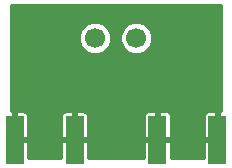
<source format=gbl>
G75*
%MOIN*%
%OFA0B0*%
%FSLAX25Y25*%
%IPPOS*%
%LPD*%
%AMOC8*
5,1,8,0,0,1.08239X$1,22.5*
%
%ADD10R,0.06000X0.16000*%
%ADD11C,0.06693*%
%ADD12C,0.01000*%
D10*
X0006728Y0039169D03*
X0026728Y0039169D03*
X0054366Y0039327D03*
X0074366Y0039327D03*
D11*
X0047319Y0073185D03*
X0033539Y0073185D03*
D12*
X0011228Y0038669D02*
X0011228Y0033094D01*
X0022228Y0033110D01*
X0022228Y0038669D01*
X0026228Y0038669D01*
X0026228Y0039669D01*
X0022228Y0039669D01*
X0022228Y0047367D01*
X0022331Y0047748D01*
X0022528Y0048090D01*
X0022807Y0048370D01*
X0023149Y0048567D01*
X0023531Y0048669D01*
X0026228Y0048669D01*
X0026228Y0039669D01*
X0027228Y0039669D01*
X0027228Y0048669D01*
X0029926Y0048669D01*
X0030307Y0048567D01*
X0030649Y0048370D01*
X0030929Y0048090D01*
X0031126Y0047748D01*
X0031228Y0047367D01*
X0031228Y0039669D01*
X0027228Y0039669D01*
X0027228Y0038669D01*
X0031228Y0038669D01*
X0031228Y0033124D01*
X0049866Y0033152D01*
X0049866Y0038827D01*
X0053866Y0038827D01*
X0053866Y0039827D01*
X0053866Y0048827D01*
X0051169Y0048827D01*
X0050787Y0048725D01*
X0050445Y0048527D01*
X0050166Y0048248D01*
X0049968Y0047906D01*
X0049866Y0047524D01*
X0049866Y0039827D01*
X0053866Y0039827D01*
X0054866Y0039827D01*
X0054866Y0048827D01*
X0057564Y0048827D01*
X0057945Y0048725D01*
X0058287Y0048527D01*
X0058566Y0048248D01*
X0058764Y0047906D01*
X0058866Y0047524D01*
X0058866Y0039827D01*
X0054866Y0039827D01*
X0054866Y0038827D01*
X0058866Y0038827D01*
X0058866Y0033165D01*
X0069866Y0033182D01*
X0069866Y0038827D01*
X0073866Y0038827D01*
X0073866Y0039827D01*
X0073866Y0048827D01*
X0071169Y0048827D01*
X0070787Y0048725D01*
X0070445Y0048527D01*
X0070166Y0048248D01*
X0069968Y0047906D01*
X0069866Y0047524D01*
X0069866Y0039827D01*
X0073866Y0039827D01*
X0074866Y0039827D01*
X0074866Y0048827D01*
X0075523Y0048827D01*
X0075569Y0084039D01*
X0005559Y0084039D01*
X0005559Y0048669D01*
X0006228Y0048669D01*
X0006228Y0039669D01*
X0007228Y0039669D01*
X0007228Y0048669D01*
X0009926Y0048669D01*
X0010307Y0048567D01*
X0010649Y0048370D01*
X0010929Y0048090D01*
X0011126Y0047748D01*
X0011228Y0047367D01*
X0011228Y0039669D01*
X0007228Y0039669D01*
X0007228Y0038669D01*
X0011228Y0038669D01*
X0011228Y0038564D02*
X0022228Y0038564D01*
X0022228Y0037565D02*
X0011228Y0037565D01*
X0011228Y0036567D02*
X0022228Y0036567D01*
X0022228Y0035568D02*
X0011228Y0035568D01*
X0011228Y0034570D02*
X0022228Y0034570D01*
X0022228Y0033571D02*
X0011228Y0033571D01*
X0007228Y0039562D02*
X0026228Y0039562D01*
X0026228Y0040561D02*
X0027228Y0040561D01*
X0027228Y0041559D02*
X0026228Y0041559D01*
X0026228Y0042558D02*
X0027228Y0042558D01*
X0027228Y0043556D02*
X0026228Y0043556D01*
X0026228Y0044555D02*
X0027228Y0044555D01*
X0027228Y0045553D02*
X0026228Y0045553D01*
X0026228Y0046552D02*
X0027228Y0046552D01*
X0027228Y0047550D02*
X0026228Y0047550D01*
X0026228Y0048549D02*
X0027228Y0048549D01*
X0030339Y0048549D02*
X0050483Y0048549D01*
X0049873Y0047550D02*
X0031179Y0047550D01*
X0031228Y0046552D02*
X0049866Y0046552D01*
X0049866Y0045553D02*
X0031228Y0045553D01*
X0031228Y0044555D02*
X0049866Y0044555D01*
X0049866Y0043556D02*
X0031228Y0043556D01*
X0031228Y0042558D02*
X0049866Y0042558D01*
X0049866Y0041559D02*
X0031228Y0041559D01*
X0031228Y0040561D02*
X0049866Y0040561D01*
X0049866Y0038564D02*
X0031228Y0038564D01*
X0031228Y0037565D02*
X0049866Y0037565D01*
X0049866Y0036567D02*
X0031228Y0036567D01*
X0031228Y0035568D02*
X0049866Y0035568D01*
X0049866Y0034570D02*
X0031228Y0034570D01*
X0031228Y0033571D02*
X0049866Y0033571D01*
X0053866Y0039562D02*
X0027228Y0039562D01*
X0022228Y0040561D02*
X0011228Y0040561D01*
X0011228Y0041559D02*
X0022228Y0041559D01*
X0022228Y0042558D02*
X0011228Y0042558D01*
X0011228Y0043556D02*
X0022228Y0043556D01*
X0022228Y0044555D02*
X0011228Y0044555D01*
X0011228Y0045553D02*
X0022228Y0045553D01*
X0022228Y0046552D02*
X0011228Y0046552D01*
X0011179Y0047550D02*
X0022278Y0047550D01*
X0023118Y0048549D02*
X0010339Y0048549D01*
X0007228Y0048549D02*
X0006228Y0048549D01*
X0006228Y0047550D02*
X0007228Y0047550D01*
X0007228Y0046552D02*
X0006228Y0046552D01*
X0006228Y0045553D02*
X0007228Y0045553D01*
X0007228Y0044555D02*
X0006228Y0044555D01*
X0006228Y0043556D02*
X0007228Y0043556D01*
X0007228Y0042558D02*
X0006228Y0042558D01*
X0006228Y0041559D02*
X0007228Y0041559D01*
X0007228Y0040561D02*
X0006228Y0040561D01*
X0005559Y0049547D02*
X0075524Y0049547D01*
X0075525Y0050546D02*
X0005559Y0050546D01*
X0005559Y0051545D02*
X0075526Y0051545D01*
X0075527Y0052543D02*
X0005559Y0052543D01*
X0005559Y0053542D02*
X0075529Y0053542D01*
X0075530Y0054540D02*
X0005559Y0054540D01*
X0005559Y0055539D02*
X0075531Y0055539D01*
X0075533Y0056537D02*
X0005559Y0056537D01*
X0005559Y0057536D02*
X0075534Y0057536D01*
X0075535Y0058534D02*
X0005559Y0058534D01*
X0005559Y0059533D02*
X0075537Y0059533D01*
X0075538Y0060531D02*
X0005559Y0060531D01*
X0005559Y0061530D02*
X0075539Y0061530D01*
X0075541Y0062528D02*
X0005559Y0062528D01*
X0005559Y0063527D02*
X0075542Y0063527D01*
X0075543Y0064525D02*
X0005559Y0064525D01*
X0005559Y0065524D02*
X0075545Y0065524D01*
X0075546Y0066522D02*
X0005559Y0066522D01*
X0005559Y0067521D02*
X0075547Y0067521D01*
X0075548Y0068519D02*
X0050025Y0068519D01*
X0050347Y0068653D02*
X0051851Y0070157D01*
X0052665Y0072122D01*
X0052665Y0074249D01*
X0051851Y0076214D01*
X0050347Y0077718D01*
X0048382Y0078531D01*
X0046255Y0078531D01*
X0044290Y0077718D01*
X0042786Y0076214D01*
X0041972Y0074249D01*
X0041972Y0072122D01*
X0042786Y0070157D01*
X0044290Y0068653D01*
X0046255Y0067839D01*
X0048382Y0067839D01*
X0050347Y0068653D01*
X0051213Y0069518D02*
X0075550Y0069518D01*
X0075551Y0070516D02*
X0052000Y0070516D01*
X0052414Y0071515D02*
X0075552Y0071515D01*
X0075554Y0072513D02*
X0052665Y0072513D01*
X0052665Y0073512D02*
X0075555Y0073512D01*
X0075556Y0074510D02*
X0052557Y0074510D01*
X0052143Y0075509D02*
X0075558Y0075509D01*
X0075559Y0076507D02*
X0051558Y0076507D01*
X0050559Y0077506D02*
X0075560Y0077506D01*
X0075562Y0078504D02*
X0048448Y0078504D01*
X0046190Y0078504D02*
X0034668Y0078504D01*
X0034603Y0078531D02*
X0032476Y0078531D01*
X0030511Y0077718D01*
X0029007Y0076214D01*
X0028193Y0074249D01*
X0028193Y0072122D01*
X0029007Y0070157D01*
X0030511Y0068653D01*
X0032476Y0067839D01*
X0034603Y0067839D01*
X0036568Y0068653D01*
X0038072Y0070157D01*
X0038886Y0072122D01*
X0038886Y0074249D01*
X0038072Y0076214D01*
X0036568Y0077718D01*
X0034603Y0078531D01*
X0032410Y0078504D02*
X0005559Y0078504D01*
X0005559Y0077506D02*
X0030299Y0077506D01*
X0029301Y0076507D02*
X0005559Y0076507D01*
X0005559Y0075509D02*
X0028715Y0075509D01*
X0028301Y0074510D02*
X0005559Y0074510D01*
X0005559Y0073512D02*
X0028193Y0073512D01*
X0028193Y0072513D02*
X0005559Y0072513D01*
X0005559Y0071515D02*
X0028444Y0071515D01*
X0028858Y0070516D02*
X0005559Y0070516D01*
X0005559Y0069518D02*
X0029646Y0069518D01*
X0030833Y0068519D02*
X0005559Y0068519D01*
X0005559Y0079503D02*
X0075563Y0079503D01*
X0075564Y0080501D02*
X0005559Y0080501D01*
X0005559Y0081500D02*
X0075566Y0081500D01*
X0075567Y0082498D02*
X0005559Y0082498D01*
X0005559Y0083497D02*
X0075568Y0083497D01*
X0074866Y0048549D02*
X0073866Y0048549D01*
X0073866Y0047550D02*
X0074866Y0047550D01*
X0074866Y0046552D02*
X0073866Y0046552D01*
X0073866Y0045553D02*
X0074866Y0045553D01*
X0074866Y0044555D02*
X0073866Y0044555D01*
X0073866Y0043556D02*
X0074866Y0043556D01*
X0074866Y0042558D02*
X0073866Y0042558D01*
X0073866Y0041559D02*
X0074866Y0041559D01*
X0074866Y0040561D02*
X0073866Y0040561D01*
X0073866Y0039562D02*
X0054866Y0039562D01*
X0054866Y0040561D02*
X0053866Y0040561D01*
X0053866Y0041559D02*
X0054866Y0041559D01*
X0054866Y0042558D02*
X0053866Y0042558D01*
X0053866Y0043556D02*
X0054866Y0043556D01*
X0054866Y0044555D02*
X0053866Y0044555D01*
X0053866Y0045553D02*
X0054866Y0045553D01*
X0054866Y0046552D02*
X0053866Y0046552D01*
X0053866Y0047550D02*
X0054866Y0047550D01*
X0054866Y0048549D02*
X0053866Y0048549D01*
X0058249Y0048549D02*
X0070483Y0048549D01*
X0069873Y0047550D02*
X0058859Y0047550D01*
X0058866Y0046552D02*
X0069866Y0046552D01*
X0069866Y0045553D02*
X0058866Y0045553D01*
X0058866Y0044555D02*
X0069866Y0044555D01*
X0069866Y0043556D02*
X0058866Y0043556D01*
X0058866Y0042558D02*
X0069866Y0042558D01*
X0069866Y0041559D02*
X0058866Y0041559D01*
X0058866Y0040561D02*
X0069866Y0040561D01*
X0069866Y0038564D02*
X0058866Y0038564D01*
X0058866Y0037565D02*
X0069866Y0037565D01*
X0069866Y0036567D02*
X0058866Y0036567D01*
X0058866Y0035568D02*
X0069866Y0035568D01*
X0069866Y0034570D02*
X0058866Y0034570D01*
X0058866Y0033571D02*
X0069866Y0033571D01*
X0044612Y0068519D02*
X0036246Y0068519D01*
X0037433Y0069518D02*
X0043425Y0069518D01*
X0042637Y0070516D02*
X0038221Y0070516D01*
X0038634Y0071515D02*
X0042224Y0071515D01*
X0041972Y0072513D02*
X0038886Y0072513D01*
X0038886Y0073512D02*
X0041972Y0073512D01*
X0042081Y0074510D02*
X0038777Y0074510D01*
X0038364Y0075509D02*
X0042494Y0075509D01*
X0043080Y0076507D02*
X0037778Y0076507D01*
X0036780Y0077506D02*
X0044079Y0077506D01*
M02*

</source>
